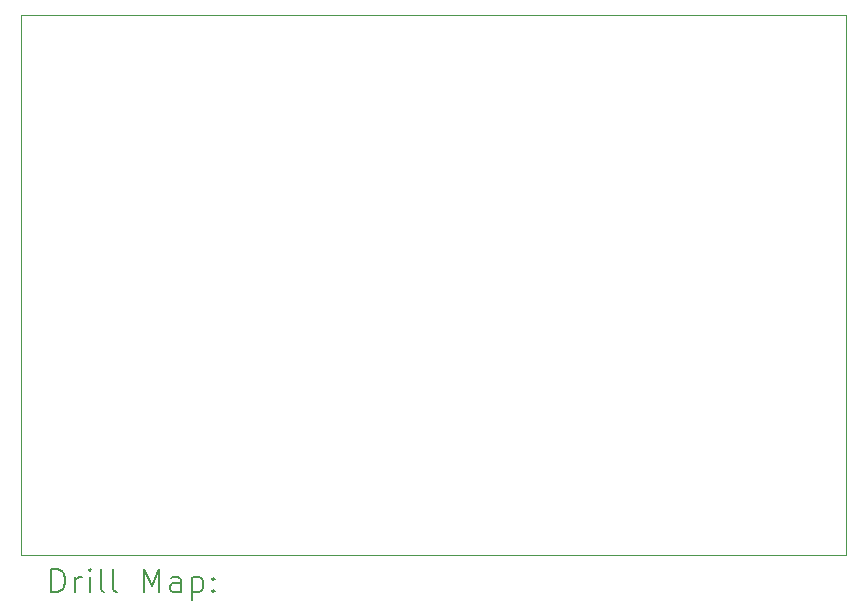
<source format=gbr>
%TF.GenerationSoftware,KiCad,Pcbnew,8.0.6*%
%TF.CreationDate,2024-11-17T01:10:04-06:00*%
%TF.ProjectId,attiny85 programmer,61747469-6e79-4383-9520-70726f677261,rev?*%
%TF.SameCoordinates,Original*%
%TF.FileFunction,Drillmap*%
%TF.FilePolarity,Positive*%
%FSLAX45Y45*%
G04 Gerber Fmt 4.5, Leading zero omitted, Abs format (unit mm)*
G04 Created by KiCad (PCBNEW 8.0.6) date 2024-11-17 01:10:04*
%MOMM*%
%LPD*%
G01*
G04 APERTURE LIST*
%ADD10C,0.050000*%
%ADD11C,0.200000*%
G04 APERTURE END LIST*
D10*
X11684000Y-7874000D02*
X18669000Y-7874000D01*
X18669000Y-12446000D01*
X11684000Y-12446000D01*
X11684000Y-7874000D01*
D11*
X11942277Y-12759984D02*
X11942277Y-12559984D01*
X11942277Y-12559984D02*
X11989896Y-12559984D01*
X11989896Y-12559984D02*
X12018467Y-12569508D01*
X12018467Y-12569508D02*
X12037515Y-12588555D01*
X12037515Y-12588555D02*
X12047039Y-12607603D01*
X12047039Y-12607603D02*
X12056562Y-12645698D01*
X12056562Y-12645698D02*
X12056562Y-12674269D01*
X12056562Y-12674269D02*
X12047039Y-12712365D01*
X12047039Y-12712365D02*
X12037515Y-12731412D01*
X12037515Y-12731412D02*
X12018467Y-12750460D01*
X12018467Y-12750460D02*
X11989896Y-12759984D01*
X11989896Y-12759984D02*
X11942277Y-12759984D01*
X12142277Y-12759984D02*
X12142277Y-12626650D01*
X12142277Y-12664746D02*
X12151801Y-12645698D01*
X12151801Y-12645698D02*
X12161324Y-12636174D01*
X12161324Y-12636174D02*
X12180372Y-12626650D01*
X12180372Y-12626650D02*
X12199420Y-12626650D01*
X12266086Y-12759984D02*
X12266086Y-12626650D01*
X12266086Y-12559984D02*
X12256562Y-12569508D01*
X12256562Y-12569508D02*
X12266086Y-12579031D01*
X12266086Y-12579031D02*
X12275610Y-12569508D01*
X12275610Y-12569508D02*
X12266086Y-12559984D01*
X12266086Y-12559984D02*
X12266086Y-12579031D01*
X12389896Y-12759984D02*
X12370848Y-12750460D01*
X12370848Y-12750460D02*
X12361324Y-12731412D01*
X12361324Y-12731412D02*
X12361324Y-12559984D01*
X12494658Y-12759984D02*
X12475610Y-12750460D01*
X12475610Y-12750460D02*
X12466086Y-12731412D01*
X12466086Y-12731412D02*
X12466086Y-12559984D01*
X12723229Y-12759984D02*
X12723229Y-12559984D01*
X12723229Y-12559984D02*
X12789896Y-12702841D01*
X12789896Y-12702841D02*
X12856562Y-12559984D01*
X12856562Y-12559984D02*
X12856562Y-12759984D01*
X13037515Y-12759984D02*
X13037515Y-12655222D01*
X13037515Y-12655222D02*
X13027991Y-12636174D01*
X13027991Y-12636174D02*
X13008943Y-12626650D01*
X13008943Y-12626650D02*
X12970848Y-12626650D01*
X12970848Y-12626650D02*
X12951801Y-12636174D01*
X13037515Y-12750460D02*
X13018467Y-12759984D01*
X13018467Y-12759984D02*
X12970848Y-12759984D01*
X12970848Y-12759984D02*
X12951801Y-12750460D01*
X12951801Y-12750460D02*
X12942277Y-12731412D01*
X12942277Y-12731412D02*
X12942277Y-12712365D01*
X12942277Y-12712365D02*
X12951801Y-12693317D01*
X12951801Y-12693317D02*
X12970848Y-12683793D01*
X12970848Y-12683793D02*
X13018467Y-12683793D01*
X13018467Y-12683793D02*
X13037515Y-12674269D01*
X13132753Y-12626650D02*
X13132753Y-12826650D01*
X13132753Y-12636174D02*
X13151801Y-12626650D01*
X13151801Y-12626650D02*
X13189896Y-12626650D01*
X13189896Y-12626650D02*
X13208943Y-12636174D01*
X13208943Y-12636174D02*
X13218467Y-12645698D01*
X13218467Y-12645698D02*
X13227991Y-12664746D01*
X13227991Y-12664746D02*
X13227991Y-12721888D01*
X13227991Y-12721888D02*
X13218467Y-12740936D01*
X13218467Y-12740936D02*
X13208943Y-12750460D01*
X13208943Y-12750460D02*
X13189896Y-12759984D01*
X13189896Y-12759984D02*
X13151801Y-12759984D01*
X13151801Y-12759984D02*
X13132753Y-12750460D01*
X13313705Y-12740936D02*
X13323229Y-12750460D01*
X13323229Y-12750460D02*
X13313705Y-12759984D01*
X13313705Y-12759984D02*
X13304182Y-12750460D01*
X13304182Y-12750460D02*
X13313705Y-12740936D01*
X13313705Y-12740936D02*
X13313705Y-12759984D01*
X13313705Y-12636174D02*
X13323229Y-12645698D01*
X13323229Y-12645698D02*
X13313705Y-12655222D01*
X13313705Y-12655222D02*
X13304182Y-12645698D01*
X13304182Y-12645698D02*
X13313705Y-12636174D01*
X13313705Y-12636174D02*
X13313705Y-12655222D01*
M02*

</source>
